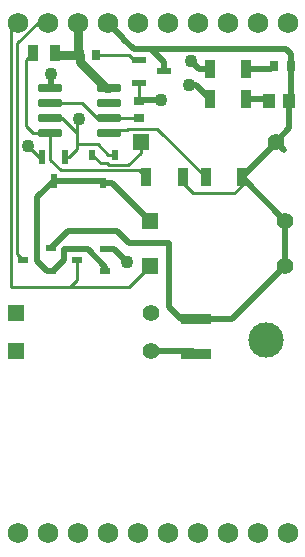
<source format=gbr>
%TF.GenerationSoftware,KiCad,Pcbnew,8.0.8*%
%TF.CreationDate,2025-04-04T13:22:33-04:00*%
%TF.ProjectId,Precharge Module V4.0,50726563-6861-4726-9765-204d6f64756c,rev?*%
%TF.SameCoordinates,Original*%
%TF.FileFunction,Copper,L1,Top*%
%TF.FilePolarity,Positive*%
%FSLAX46Y46*%
G04 Gerber Fmt 4.6, Leading zero omitted, Abs format (unit mm)*
G04 Created by KiCad (PCBNEW 8.0.8) date 2025-04-04 13:22:33*
%MOMM*%
%LPD*%
G01*
G04 APERTURE LIST*
G04 Aperture macros list*
%AMRoundRect*
0 Rectangle with rounded corners*
0 $1 Rounding radius*
0 $2 $3 $4 $5 $6 $7 $8 $9 X,Y pos of 4 corners*
0 Add a 4 corners polygon primitive as box body*
4,1,4,$2,$3,$4,$5,$6,$7,$8,$9,$2,$3,0*
0 Add four circle primitives for the rounded corners*
1,1,$1+$1,$2,$3*
1,1,$1+$1,$4,$5*
1,1,$1+$1,$6,$7*
1,1,$1+$1,$8,$9*
0 Add four rect primitives between the rounded corners*
20,1,$1+$1,$2,$3,$4,$5,0*
20,1,$1+$1,$4,$5,$6,$7,0*
20,1,$1+$1,$6,$7,$8,$9,0*
20,1,$1+$1,$8,$9,$2,$3,0*%
G04 Aperture macros list end*
%TA.AperFunction,SMDPad,CuDef*%
%ADD10R,0.863600X1.600200*%
%TD*%
%TA.AperFunction,ComponentPad*%
%ADD11R,1.397000X1.397000*%
%TD*%
%TA.AperFunction,ComponentPad*%
%ADD12C,1.397000*%
%TD*%
%TA.AperFunction,ComponentPad*%
%ADD13C,3.000000*%
%TD*%
%TA.AperFunction,SMDPad,CuDef*%
%ADD14R,1.219200X0.558800*%
%TD*%
%TA.AperFunction,SMDPad,CuDef*%
%ADD15R,0.711200X0.939800*%
%TD*%
%TA.AperFunction,SMDPad,CuDef*%
%ADD16R,2.500000X0.955600*%
%TD*%
%TA.AperFunction,SMDPad,CuDef*%
%ADD17R,0.533400X1.168400*%
%TD*%
%TA.AperFunction,SMDPad,CuDef*%
%ADD18R,1.016000X1.193800*%
%TD*%
%TA.AperFunction,SMDPad,CuDef*%
%ADD19R,0.855600X1.600000*%
%TD*%
%TA.AperFunction,SMDPad,CuDef*%
%ADD20R,0.863600X0.558800*%
%TD*%
%TA.AperFunction,SMDPad,CuDef*%
%ADD21R,0.939800X0.711200*%
%TD*%
%TA.AperFunction,ComponentPad*%
%ADD22C,1.750000*%
%TD*%
%TA.AperFunction,SMDPad,CuDef*%
%ADD23RoundRect,0.075000X-0.910000X-0.225000X0.910000X-0.225000X0.910000X0.225000X-0.910000X0.225000X0*%
%TD*%
%TA.AperFunction,SMDPad,CuDef*%
%ADD24R,0.558800X0.863600*%
%TD*%
%TA.AperFunction,SMDPad,CuDef*%
%ADD25R,0.812800X1.346200*%
%TD*%
%TA.AperFunction,ViaPad*%
%ADD26C,1.100000*%
%TD*%
%TA.AperFunction,Conductor*%
%ADD27C,0.500000*%
%TD*%
%TA.AperFunction,Conductor*%
%ADD28C,0.250000*%
%TD*%
%TA.AperFunction,Conductor*%
%ADD29C,0.750000*%
%TD*%
G04 APERTURE END LIST*
D10*
%TO.P,D3,1,K*%
%TO.N,Net-(D3-K)*%
X70100000Y-31800000D03*
%TO.P,D3,2,A*%
%TO.N,END*%
X67052000Y-31800000D03*
%TD*%
D11*
%TO.P,R6,1*%
%TO.N,Net-(U1-VCC)*%
X50585000Y-53100000D03*
D12*
%TO.P,R6,2*%
%TO.N,Net-(Q1-E)*%
X62015000Y-53100000D03*
%TD*%
D13*
%TO.P,PC COIL -,1,1*%
%TO.N,END*%
X71800000Y-52200000D03*
%TD*%
D14*
%TO.P,Q1,1,B*%
%TO.N,Net-(Q1-B)*%
X61033200Y-28519000D03*
%TO.P,Q1,2,E*%
%TO.N,Net-(Q1-E)*%
X61033200Y-30424000D03*
%TO.P,Q1,3,C*%
%TO.N,Net-(Q1-C)*%
X63166800Y-29471500D03*
%TD*%
D15*
%TO.P,R3,1*%
%TO.N,Net-(D2-K)*%
X72500000Y-29000000D03*
%TO.P,R3,2*%
%TO.N,Net-(Q1-C)*%
X73897000Y-29000000D03*
%TD*%
D16*
%TO.P,C3,1*%
%TO.N,Net-(Q1-E)*%
X65900000Y-53355602D03*
%TO.P,C3,2*%
%TO.N,Net-(Q1-C)*%
X65900000Y-50400000D03*
%TD*%
D10*
%TO.P,D2,1,K*%
%TO.N,Net-(D2-K)*%
X70100000Y-29300000D03*
%TO.P,D2,2,A*%
%TO.N,Gate*%
X67052000Y-29300000D03*
%TD*%
D17*
%TO.P,U5,1*%
%TO.N,Gate*%
X54752500Y-36684000D03*
%TO.P,U5,2*%
%TO.N,PMOSSOURCE*%
X52847500Y-36684000D03*
%TO.P,U5,3*%
%TO.N,Drain*%
X53800000Y-38716000D03*
%TD*%
D18*
%TO.P,R9,1*%
%TO.N,Net-(Q1-C)*%
X73750900Y-32000000D03*
%TO.P,R9,2*%
%TO.N,Net-(D3-K)*%
X72049100Y-32000000D03*
%TD*%
D11*
%TO.P,R8,1*%
%TO.N,Drain*%
X61970000Y-42100000D03*
D12*
%TO.P,R8,2*%
%TO.N,Net-(Q1-C)*%
X73400000Y-42100000D03*
%TD*%
D19*
%TO.P,C1,1*%
%TO.N,Net-(U1-R)*%
X61672199Y-38400000D03*
%TO.P,C1,2*%
%TO.N,Net-(Q1-C)*%
X64727801Y-38400000D03*
%TD*%
%TO.P,C2,1*%
%TO.N,Net-(U1-CV)*%
X66672199Y-38400000D03*
%TO.P,C2,2*%
%TO.N,Net-(Q1-C)*%
X69727801Y-38400000D03*
%TD*%
D11*
%TO.P,R7,1*%
%TO.N,NmosSource*%
X61185000Y-35400000D03*
D12*
%TO.P,R7,2*%
%TO.N,Net-(Q1-C)*%
X72615000Y-35400000D03*
%TD*%
D15*
%TO.P,R5,1*%
%TO.N,Net-(U1-VCC)*%
X56001500Y-28100000D03*
%TO.P,R5,2*%
%TO.N,Net-(Q1-B)*%
X57398500Y-28100000D03*
%TD*%
D20*
%TO.P,U2,1,G*%
%TO.N,Drain*%
X58200000Y-46405000D03*
%TO.P,U2,2,S*%
%TO.N,END*%
X58200000Y-44500000D03*
%TO.P,U2,3,D*%
%TO.N,Net-(U2-D)*%
X55812400Y-45452500D03*
%TD*%
%TO.P,U3,1,G*%
%TO.N,Drain*%
X53593800Y-46352500D03*
%TO.P,U3,2,S*%
%TO.N,Net-(Q1-C)*%
X53593800Y-44447500D03*
%TO.P,U3,3,D*%
%TO.N,Net-(U3-D)*%
X51206200Y-45400000D03*
%TD*%
D21*
%TO.P,R4,1*%
%TO.N,Net-(U1-THR)*%
X61000000Y-33398500D03*
%TO.P,R4,2*%
%TO.N,Net-(Q1-E)*%
X61000000Y-32001500D03*
%TD*%
D22*
%TO.P,J2,1,1*%
%TO.N,N/C*%
X50800000Y-68580000D03*
%TO.P,J2,2,2*%
X53340000Y-68580000D03*
%TO.P,J2,3,3*%
X55880000Y-68580000D03*
%TO.P,J2,4,4*%
X58420000Y-68580000D03*
%TO.P,J2,5,5*%
X60960000Y-68580000D03*
%TO.P,J2,6,6*%
X63500000Y-68580000D03*
%TO.P,J2,7,7*%
X66040000Y-68580000D03*
%TO.P,J2,8,8*%
X68580000Y-68580000D03*
%TO.P,J2,9,9*%
X71120000Y-68580000D03*
%TO.P,J2,10,10*%
X73660000Y-68580000D03*
%TD*%
D11*
%TO.P,R10,*%
%TO.N,Net-(U2-D)*%
X61985000Y-45900000D03*
D12*
%TO.P,R10,2*%
%TO.N,Net-(Q1-C)*%
X73415000Y-45900000D03*
%TD*%
D23*
%TO.P,U1,1,GND*%
%TO.N,Net-(Q1-C)*%
X53530000Y-30895000D03*
%TO.P,U1,2,TR*%
%TO.N,Net-(U1-THR)*%
X53530000Y-32165000D03*
%TO.P,U1,3,Q*%
%TO.N,Gate*%
X53530000Y-33435000D03*
%TO.P,U1,4,R*%
%TO.N,Net-(U1-R)*%
X53530000Y-34705000D03*
%TO.P,U1,5,CV*%
%TO.N,Net-(U1-CV)*%
X58470000Y-34705000D03*
%TO.P,U1,6,THR*%
%TO.N,Net-(U1-THR)*%
X58470000Y-33435000D03*
%TO.P,U1,7,DIS*%
%TO.N,unconnected-(U1-DIS-Pad7)*%
X58470000Y-32165000D03*
%TO.P,U1,8,VCC*%
%TO.N,Net-(U1-VCC)*%
X58470000Y-30895000D03*
%TD*%
D24*
%TO.P,U4,1,G*%
%TO.N,Gate*%
X58981000Y-36506200D03*
%TO.P,U4,2,S*%
%TO.N,NmosSource*%
X57076000Y-36506200D03*
%TO.P,U4,3,D*%
%TO.N,Drain*%
X58028500Y-38893800D03*
%TD*%
D11*
%TO.P,R2,1*%
%TO.N,Net-(U1-VCC)*%
X50600000Y-49900000D03*
D12*
%TO.P,R2,2*%
%TO.N,PMOSSOURCE*%
X62030000Y-49900000D03*
%TD*%
D25*
%TO.P,R1,1*%
%TO.N,Net-(U1-R)*%
X52100000Y-27900000D03*
%TO.P,R1,2*%
%TO.N,Net-(U1-VCC)*%
X53903400Y-27900000D03*
%TD*%
D22*
%TO.P,J1,1,1*%
%TO.N,Net-(U2-D)*%
X50800000Y-25400000D03*
%TO.P,J1,2,2*%
%TO.N,Net-(U3-D)*%
X53340000Y-25400000D03*
%TO.P,J1,3,3*%
%TO.N,Net-(U1-VCC)*%
X55880000Y-25400000D03*
%TO.P,J1,4,4*%
%TO.N,Net-(Q1-C)*%
X58420000Y-25400000D03*
%TO.P,J1,5,5*%
%TO.N,END*%
X60960000Y-25400000D03*
%TO.P,J1,6,6*%
%TO.N,unconnected-(J1-Pad6)*%
X63500000Y-25400000D03*
%TO.P,J1,7,7*%
%TO.N,unconnected-(J1-Pad7)*%
X66040000Y-25400000D03*
%TO.P,J1,8,8*%
%TO.N,unconnected-(J1-Pad8)*%
X68580000Y-25400000D03*
%TO.P,J1,9,9*%
%TO.N,unconnected-(J1-Pad9)*%
X71120000Y-25400000D03*
%TO.P,J1,10,10*%
%TO.N,unconnected-(J1-Pad10)*%
X73660000Y-25400000D03*
%TD*%
D26*
%TO.N,Net-(Q1-C)*%
X53600000Y-29700000D03*
%TO.N,Net-(Q1-E)*%
X62900000Y-31900000D03*
%TO.N,Gate*%
X56000000Y-33500000D03*
X65400000Y-28600000D03*
%TO.N,PMOSSOURCE*%
X51675000Y-35800000D03*
%TO.N,END*%
X60000000Y-45600000D03*
X65300000Y-30600000D03*
%TD*%
D27*
%TO.N,Net-(Q1-C)*%
X63166800Y-28692100D02*
X63166800Y-29471500D01*
X59200000Y-43000000D02*
X60200000Y-44000000D01*
D28*
X69727801Y-39172199D02*
X69727801Y-38400000D01*
D27*
X59695000Y-26675000D02*
X59695000Y-26695000D01*
D28*
X69100000Y-39800000D02*
X69727801Y-39172199D01*
D27*
X63600000Y-49400000D02*
X64600000Y-50400000D01*
X65900000Y-50400000D02*
X68915000Y-50400000D01*
X68915000Y-50400000D02*
X73415000Y-45900000D01*
X62074700Y-27600000D02*
X63166800Y-28692100D01*
X55041300Y-43000000D02*
X59200000Y-43000000D01*
D28*
X65600000Y-39800000D02*
X69100000Y-39800000D01*
D27*
X73400000Y-45885000D02*
X73415000Y-45900000D01*
X62074700Y-27600000D02*
X73500000Y-27600000D01*
X58420000Y-25400000D02*
X59695000Y-26675000D01*
X73897000Y-31853900D02*
X73750900Y-32000000D01*
X69727801Y-38427801D02*
X69727801Y-38400000D01*
X73330000Y-36115000D02*
X72615000Y-35400000D01*
X73400000Y-42100000D02*
X73400000Y-45885000D01*
X63600000Y-44000000D02*
X63600000Y-49400000D01*
X72615000Y-35400000D02*
X72615000Y-35512801D01*
X60600000Y-27600000D02*
X62074700Y-27600000D01*
X53593800Y-44447500D02*
X55041300Y-43000000D01*
X60200000Y-44000000D02*
X63600000Y-44000000D01*
D28*
X64727801Y-38400000D02*
X64727801Y-38927801D01*
X64727801Y-38927801D02*
X65600000Y-39800000D01*
D27*
X73500000Y-27600000D02*
X73897000Y-27997000D01*
X53600000Y-30825000D02*
X53530000Y-30895000D01*
X64600000Y-50400000D02*
X65900000Y-50400000D01*
X53600000Y-29700000D02*
X53600000Y-30825000D01*
X72615000Y-35512801D02*
X69727801Y-38400000D01*
X59695000Y-26695000D02*
X60600000Y-27600000D01*
X73400000Y-42100000D02*
X69727801Y-38427801D01*
X73897000Y-27997000D02*
X73897000Y-29000000D01*
X73750900Y-32000000D02*
X73750900Y-34264100D01*
X73750900Y-34264100D02*
X72615000Y-35400000D01*
X73897000Y-29000000D02*
X73897000Y-31853900D01*
D28*
%TO.N,Net-(U1-CV)*%
X58470000Y-34705000D02*
X58770000Y-34405000D01*
X60100000Y-34300000D02*
X62572199Y-34300000D01*
X58770000Y-34405000D02*
X59995000Y-34405000D01*
X62572199Y-34300000D02*
X66672199Y-38400000D01*
X59995000Y-34405000D02*
X60100000Y-34300000D01*
%TO.N,Net-(U1-R)*%
X51500000Y-28500000D02*
X51500000Y-34100000D01*
X52105000Y-34705000D02*
X53530000Y-34705000D01*
X54400000Y-37800000D02*
X61072199Y-37800000D01*
X53530000Y-36930000D02*
X54400000Y-37800000D01*
X51500000Y-34100000D02*
X52105000Y-34705000D01*
X52100000Y-27900000D02*
X51500000Y-28500000D01*
X61072199Y-37800000D02*
X61672199Y-38400000D01*
X53530000Y-34705000D02*
X53530000Y-36930000D01*
D27*
%TO.N,Net-(D2-K)*%
X72200000Y-29300000D02*
X72500000Y-29000000D01*
X70100000Y-29300000D02*
X72200000Y-29300000D01*
%TO.N,Net-(D3-K)*%
X71849100Y-31800000D02*
X72049100Y-32000000D01*
X70100000Y-31800000D02*
X71849100Y-31800000D01*
D28*
%TO.N,Net-(U3-D)*%
X53340000Y-25400000D02*
X52450000Y-25400000D01*
X50750000Y-27100000D02*
X50750000Y-44943800D01*
X52450000Y-25400000D02*
X50750000Y-27100000D01*
X50750000Y-44943800D02*
X51206200Y-45400000D01*
%TO.N,Net-(U2-D)*%
X50800000Y-25400000D02*
X50188000Y-26012000D01*
X55812400Y-47087600D02*
X55812400Y-45452500D01*
X55200000Y-47700000D02*
X55812400Y-47087600D01*
X55200000Y-47700000D02*
X60185000Y-47700000D01*
X50188000Y-47700000D02*
X55200000Y-47700000D01*
X50188000Y-26012000D02*
X50188000Y-47700000D01*
X60185000Y-47700000D02*
X61985000Y-45900000D01*
%TO.N,Net-(Q1-E)*%
X61033200Y-30424000D02*
X61033200Y-31968300D01*
D27*
X62015000Y-53100000D02*
X65644398Y-53100000D01*
X65644398Y-53100000D02*
X65900000Y-53355602D01*
D28*
X61033200Y-31968300D02*
X61000000Y-32001500D01*
D27*
X61101500Y-31900000D02*
X61000000Y-32001500D01*
X62900000Y-31900000D02*
X61101500Y-31900000D01*
D28*
%TO.N,Net-(Q1-B)*%
X60200000Y-28100000D02*
X60619000Y-28519000D01*
X57398500Y-28100000D02*
X60200000Y-28100000D01*
X60619000Y-28519000D02*
X61033200Y-28519000D01*
%TO.N,Net-(U1-THR)*%
X57485001Y-33435000D02*
X56215001Y-32165000D01*
X56215001Y-32165000D02*
X53530000Y-32165000D01*
X58506500Y-33398500D02*
X58470000Y-33435000D01*
X58470000Y-33435000D02*
X57485001Y-33435000D01*
X61000000Y-33398500D02*
X58506500Y-33398500D01*
D29*
%TO.N,Net-(U1-VCC)*%
X54103400Y-28100000D02*
X53903400Y-27900000D01*
X55880000Y-25400000D02*
X55880000Y-27978500D01*
X58253470Y-30895000D02*
X58470000Y-30895000D01*
X56001500Y-28100000D02*
X54103400Y-28100000D01*
X56001500Y-28643030D02*
X58253470Y-30895000D01*
X56001500Y-28100000D02*
X56001500Y-28643030D01*
X55880000Y-27978500D02*
X56001500Y-28100000D01*
D27*
%TO.N,Drain*%
X53252500Y-46352500D02*
X53593800Y-46352500D01*
X52400000Y-45500000D02*
X53252500Y-46352500D01*
X54700000Y-44500000D02*
X56700000Y-44500000D01*
X53800000Y-38716000D02*
X57850700Y-38716000D01*
X52400000Y-40116000D02*
X52400000Y-45500000D01*
X58200000Y-46000000D02*
X58200000Y-46405000D01*
X53593800Y-46352500D02*
X53747500Y-46352500D01*
X56700000Y-44500000D02*
X58200000Y-46000000D01*
X54700000Y-45400000D02*
X54700000Y-44500000D01*
X58028500Y-38893800D02*
X58763800Y-38893800D01*
X53747500Y-46352500D02*
X54700000Y-45400000D01*
X53800000Y-38716000D02*
X52400000Y-40116000D01*
X58763800Y-38893800D02*
X61970000Y-42100000D01*
X57850700Y-38716000D02*
X58028500Y-38893800D01*
D28*
%TO.N,Gate*%
X55116000Y-36684000D02*
X55800000Y-36000000D01*
X55800000Y-34720001D02*
X55800000Y-33700000D01*
X58981000Y-36506200D02*
X58451600Y-36506200D01*
X54752500Y-36684000D02*
X55116000Y-36684000D01*
D27*
X66100000Y-29300000D02*
X65400000Y-28600000D01*
D28*
X57545400Y-35600000D02*
X55800000Y-35600000D01*
X55800000Y-35600000D02*
X55800000Y-34720001D01*
X55800000Y-36000000D02*
X55800000Y-35600000D01*
X58451600Y-36506200D02*
X57545400Y-35600000D01*
X55800000Y-33700000D02*
X56000000Y-33500000D01*
X55800000Y-34720001D02*
X54514999Y-33435000D01*
X54514999Y-33435000D02*
X53530000Y-33435000D01*
D27*
X67052000Y-29300000D02*
X66100000Y-29300000D01*
D28*
%TO.N,NmosSource*%
X58313000Y-37213000D02*
X58500000Y-37400000D01*
X58500000Y-37400000D02*
X60133500Y-37400000D01*
X61185000Y-36348500D02*
X61185000Y-35400000D01*
X60133500Y-37400000D02*
X61185000Y-36348500D01*
X57782800Y-37213000D02*
X58313000Y-37213000D01*
X57076000Y-36506200D02*
X57782800Y-37213000D01*
%TO.N,PMOSSOURCE*%
X52847500Y-36684000D02*
X52559000Y-36684000D01*
X52559000Y-36684000D02*
X51675000Y-35800000D01*
D27*
%TO.N,END*%
X58900000Y-44500000D02*
X60000000Y-45600000D01*
X65300000Y-30600000D02*
X65852000Y-30600000D01*
X58200000Y-44500000D02*
X58900000Y-44500000D01*
X65852000Y-30600000D02*
X67052000Y-31800000D01*
%TD*%
M02*

</source>
